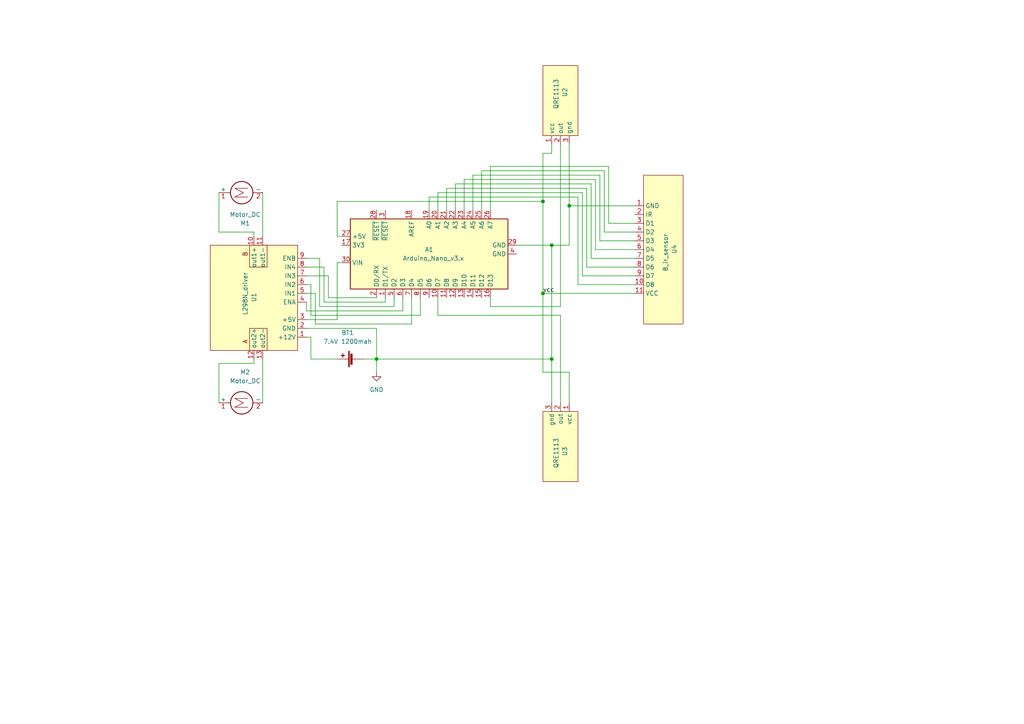
<source format=kicad_sch>
(kicad_sch (version 20211123) (generator eeschema)
  (paper "A4")
  (lib_symbols
    (symbol "Device:Battery_Cell" (pin_numbers hide) (pin_names (offset 0) hide)
      (property "Reference" "BT" (at 2.54 2.54 0))
      (property "Value" "Battery_Cell" (at 2.54 0 0))
      (symbol "Battery_Cell_0_1"
        (rectangle (start -2.286 1.778) (end 2.286 1.524) (fill (type outline)))
        (rectangle (start -1.5748 1.1938) (end 1.4732 0.6858) (fill (type outline)))
        (polyline (pts (xy 0 0.762) (xy 0 0)))
        (polyline (pts (xy 0 1.778) (xy 0 2.54)))
        (polyline (pts (xy 0.508 3.429) (xy 1.524 3.429)) (stroke (width 0.254)))
        (polyline (pts (xy 1.016 3.937) (xy 1.016 2.921)) (stroke (width 0.254)))
      )
      (symbol "Battery_Cell_1_1"
        (pin passive line (at 0 5.08 270) (length 2.54) (name "+") (number "1"))
        (pin passive line (at 0 -2.54 90) (length 2.54) (name "-") (number "2"))
      )
    )
    (symbol "MCU_Module:Arduino_Nano_v3.x"
      (property "Reference" "A" (at -10.16 23.495 0))
      (property "Value" "Arduino_Nano_v3.x" (at 5.08 -24.13 0))
      (symbol "Arduino_Nano_v3.x_0_1"
        (rectangle (start -10.16 22.86) (end 10.16 -22.86) (stroke (width 0.254)) (fill (type background)))
      )
      (symbol "Arduino_Nano_v3.x_1_1"
        (pin bidirectional line (at -12.7 12.7 0) (length 2.54) (name "D1/TX") (number "1"))
        (pin bidirectional line (at -12.7 -2.54 0) (length 2.54) (name "D7") (number "10"))
        (pin bidirectional line (at -12.7 -5.08 0) (length 2.54) (name "D8") (number "11"))
        (pin bidirectional line (at -12.7 -7.62 0) (length 2.54) (name "D9") (number "12"))
        (pin bidirectional line (at -12.7 -10.16 0) (length 2.54) (name "D10") (number "13"))
        (pin bidirectional line (at -12.7 -12.7 0) (length 2.54) (name "D11") (number "14"))
        (pin bidirectional line (at -12.7 -15.24 0) (length 2.54) (name "D12") (number "15"))
        (pin bidirectional line (at -12.7 -17.78 0) (length 2.54) (name "D13") (number "16"))
        (pin power_out line (at 2.54 25.4 270) (length 2.54) (name "3V3") (number "17"))
        (pin input line (at 12.7 5.08 180) (length 2.54) (name "AREF") (number "18"))
        (pin bidirectional line (at 12.7 0 180) (length 2.54) (name "A0") (number "19"))
        (pin bidirectional line (at -12.7 15.24 0) (length 2.54) (name "D0/RX") (number "2"))
        (pin bidirectional line (at 12.7 -2.54 180) (length 2.54) (name "A1") (number "20"))
        (pin bidirectional line (at 12.7 -5.08 180) (length 2.54) (name "A2") (number "21"))
        (pin bidirectional line (at 12.7 -7.62 180) (length 2.54) (name "A3") (number "22"))
        (pin bidirectional line (at 12.7 -10.16 180) (length 2.54) (name "A4") (number "23"))
        (pin bidirectional line (at 12.7 -12.7 180) (length 2.54) (name "A5") (number "24"))
        (pin bidirectional line (at 12.7 -15.24 180) (length 2.54) (name "A6") (number "25"))
        (pin bidirectional line (at 12.7 -17.78 180) (length 2.54) (name "A7") (number "26"))
        (pin power_out line (at 5.08 25.4 270) (length 2.54) (name "+5V") (number "27"))
        (pin input line (at 12.7 15.24 180) (length 2.54) (name "~{RESET}") (number "28"))
        (pin power_in line (at 2.54 -25.4 90) (length 2.54) (name "GND") (number "29"))
        (pin input line (at 12.7 12.7 180) (length 2.54) (name "~{RESET}") (number "3"))
        (pin power_in line (at -2.54 25.4 270) (length 2.54) (name "VIN") (number "30"))
        (pin power_in line (at 0 -25.4 90) (length 2.54) (name "GND") (number "4"))
        (pin bidirectional line (at -12.7 10.16 0) (length 2.54) (name "D2") (number "5"))
        (pin bidirectional line (at -12.7 7.62 0) (length 2.54) (name "D3") (number "6"))
        (pin bidirectional line (at -12.7 5.08 0) (length 2.54) (name "D4") (number "7"))
        (pin bidirectional line (at -12.7 2.54 0) (length 2.54) (name "D5") (number "8"))
        (pin bidirectional line (at -12.7 0 0) (length 2.54) (name "D6") (number "9"))
      )
    )
    (symbol "Motor:Motor_DC" (pin_names (offset 0))
      (property "Reference" "M" (at 2.54 2.54 0))
      (property "Value" "Motor_DC" (at 2.54 -5.08 0))
      (symbol "Motor_DC_0_0"
        (polyline (pts (xy -1.27 -3.302) (xy -1.27 0.508) (xy 0 -2.032) (xy 1.27 0.508) (xy 1.27 -3.302)))
      )
      (symbol "Motor_DC_0_1"
        (circle (center 0 -1.524) (radius 3.2512) (stroke (width 0.254)))
        (polyline (pts (xy 0 -7.62) (xy 0 -7.112)))
        (polyline (pts (xy 0 -4.7752) (xy 0 -5.1816)))
        (polyline (pts (xy 0 1.7272) (xy 0 2.0828)))
        (polyline (pts (xy 0 2.032) (xy 0 2.54)))
      )
      (symbol "Motor_DC_1_1"
        (pin passive line (at 0 5.08 270) (length 2.54) (name "+") (number "1"))
        (pin passive line (at 0 -7.62 90) (length 2.54) (name "-") (number "2"))
      )
    )
    (symbol "gerarduino:8_ir_sensor"
      (property "Reference" "U" (at 11.43 -12.7 90))
      (property "Value" "8_ir_sensor" (at 8.89 -12.7 90))
      (symbol "8_ir_sensor_0_1"
        (rectangle (start 2.54 8.89) (end 13.97 -34.29) (fill (type background)))
      )
      (symbol "8_ir_sensor_1_1"
        (pin power_in line (at 0 0 0) (length 2.54) (name "GND") (number "1"))
        (pin output line (at 0 -22.86 0) (length 2.54) (name "D8") (number "10"))
        (pin power_in line (at 0 -25.4 0) (length 2.54) (name "VCC") (number "11"))
        (pin input line (at 0 -2.54 0) (length 2.54) (name "IR") (number "2"))
        (pin output line (at 0 -5.08 0) (length 2.54) (name "D1") (number "3"))
        (pin output line (at 0 -7.62 0) (length 2.54) (name "D2") (number "4"))
        (pin output line (at 0 -10.16 0) (length 2.54) (name "D3") (number "5"))
        (pin output line (at 0 -12.7 0) (length 2.54) (name "D4") (number "6"))
        (pin output line (at 0 -15.24 0) (length 2.54) (name "D5") (number "7"))
        (pin output line (at 0 -17.78 0) (length 2.54) (name "D6") (number "8"))
        (pin output line (at 0 -20.32 0) (length 2.54) (name "D7") (number "9"))
      )
    )
    (symbol "gerarduino:L298N_driver"
      (property "Reference" "U" (at -7.62 -1.27 0))
      (property "Value" "L298N_driver" (at -7.62 1.27 0))
      (symbol "L298N_driver_0_0"
        (text "A" (at -20.32 1.27 0) (effects (font (size 1.27 1.27))))
        (text "B" (at 5.08 1.27 0) (effects (font (size 1.27 1.27))))
      )
      (symbol "L298N_driver_0_1"
        (rectangle (start -22.86 0) (end -16.51 -5.08))
        (rectangle (start -22.86 11.43) (end 7.62 -13.97) (fill (type background)))
        (rectangle (start 7.62 0) (end 1.27 -5.08))
      )
      (symbol "L298N_driver_1_1"
        (pin power_in line (at -19.05 -16.51 90) (length 2.54) (name "+12V") (number "1"))
        (pin output line (at 10.16 -1.27 180) (length 2.54) (name "out1+") (number "10"))
        (pin output line (at 10.16 -3.81 180) (length 2.54) (name "out1-") (number "11"))
        (pin output line (at -25.4 -1.27 0) (length 2.54) (name "out2+") (number "12"))
        (pin output line (at -25.4 -3.81 0) (length 2.54) (name "out2-") (number "13"))
        (pin power_in line (at -16.51 -16.51 90) (length 2.54) (name "GND") (number "2"))
        (pin power_out line (at -13.97 -16.51 90) (length 2.54) (name "+5V") (number "3"))
        (pin input line (at -8.89 -16.51 90) (length 2.54) (name "ENA") (number "4"))
        (pin input line (at -6.35 -16.51 90) (length 2.54) (name "IN1") (number "5"))
        (pin input line (at -3.81 -16.51 90) (length 2.54) (name "IN2") (number "6"))
        (pin input line (at -1.27 -16.51 90) (length 2.54) (name "IN3") (number "7"))
        (pin input line (at 1.27 -16.51 90) (length 2.54) (name "IN4") (number "8"))
        (pin input line (at 3.81 -16.51 90) (length 2.54) (name "ENB") (number "9"))
      )
    )
    (symbol "gerarduino:QRE1113"
      (property "Reference" "U" (at 15.24 -2.54 90))
      (property "Value" "QRE1113" (at 12.7 -2.54 90))
      (symbol "QRE1113_0_1"
        (rectangle (start 2.54 2.54) (end 22.86 -7.62) (fill (type background)))
      )
      (symbol "QRE1113_1_1"
        (pin power_in line (at 0 0 0) (length 2.54) (name "vcc") (number "1"))
        (pin output line (at 0 -2.54 0) (length 2.54) (name "out") (number "2"))
        (pin power_in line (at 0 -5.08 0) (length 2.54) (name "gnd") (number "3"))
      )
    )
    (symbol "power:GND" (power) (pin_names (offset 0))
      (property "Value" "GND" (at 0 -3.81 0))
      (symbol "GND_0_1"
        (polyline (pts (xy 0 0) (xy 0 -1.27) (xy 1.27 -1.27) (xy 0 -2.54) (xy -1.27 -1.27) (xy 0 -1.27)))
      )
      (symbol "GND_1_1"
        (pin power_in line (at 0 0 270) (length 0) hide (name "GND") (number "1"))
      )
    )
  )
  (junction (at 165.1 59.69))
  (junction (at 160.02 104.14))
  (junction (at 160.02 71.12))
  (junction (at 157.48 58.42))
  (junction (at 157.48 85.09))
  (junction (at 109.22 104.14))
  (wire (pts (xy 165.1 59.69) (xy 184.15 59.69)))
  (wire (pts (xy 73.66 67.31) (xy 63.5 67.31)))
  (wire (pts (xy 63.5 55.88) (xy 63.5 67.31)))
  (wire (pts (xy 170.18 77.47) (xy 184.15 77.47)))
  (wire (pts (xy 88.9 90.17) (xy 88.9 87.63)))
  (wire (pts (xy 157.48 107.95) (xy 165.1 107.95)))
  (wire (pts (xy 116.84 86.36) (xy 116.84 90.17)))
  (wire (pts (xy 142.24 48.26) (xy 142.24 60.96)))
  (wire (pts (xy 88.9 74.93) (xy 92.71 74.93)))
  (wire (pts (xy 97.79 68.58) (xy 97.79 58.42)))
  (wire (pts (xy 90.17 91.44) (xy 121.92 91.44)))
  (wire (pts (xy 171.45 53.34) (xy 171.45 74.93)))
  (wire (pts (xy 93.98 87.63) (xy 93.98 77.47)))
  (wire (pts (xy 114.3 86.36) (xy 114.3 88.9)))
  (wire (pts (xy 97.79 104.14) (xy 90.17 104.14)))
  (wire (pts (xy 167.64 82.55) (xy 184.15 82.55)))
  (wire (pts (xy 97.79 58.42) (xy 157.48 58.42)))
  (wire (pts (xy 171.45 74.93) (xy 184.15 74.93)))
  (wire (pts (xy 172.72 52.07) (xy 172.72 72.39)))
  (wire (pts (xy 139.7 49.53) (xy 139.7 60.96)))
  (wire (pts (xy 132.08 60.96) (xy 132.08 53.34)))
  (wire (pts (xy 124.46 57.15) (xy 167.64 57.15)))
  (wire (pts (xy 124.46 60.96) (xy 124.46 57.15)))
  (wire (pts (xy 109.22 104.14) (xy 160.02 104.14)))
  (wire (pts (xy 160.02 41.91) (xy 160.02 44.45)))
  (wire (pts (xy 134.62 52.07) (xy 134.62 60.96)))
  (wire (pts (xy 139.7 49.53) (xy 175.26 49.53)))
  (wire (pts (xy 172.72 72.39) (xy 184.15 72.39)))
  (wire (pts (xy 176.53 48.26) (xy 176.53 64.77)))
  (wire (pts (xy 76.2 104.14) (xy 76.2 116.84)))
  (wire (pts (xy 160.02 104.14) (xy 160.02 116.84)))
  (wire (pts (xy 168.91 55.88) (xy 168.91 80.01)))
  (wire (pts (xy 162.56 91.44) (xy 162.56 116.84)))
  (wire (pts (xy 90.17 97.79) (xy 88.9 97.79)))
  (wire (pts (xy 157.48 85.09) (xy 157.48 107.95)))
  (wire (pts (xy 176.53 64.77) (xy 184.15 64.77)))
  (wire (pts (xy 92.71 88.9) (xy 92.71 74.93)))
  (wire (pts (xy 142.24 86.36) (xy 142.24 88.9)))
  (wire (pts (xy 129.54 54.61) (xy 170.18 54.61)))
  (wire (pts (xy 137.16 50.8) (xy 173.99 50.8)))
  (wire (pts (xy 88.9 95.25) (xy 109.22 95.25)))
  (wire (pts (xy 99.06 68.58) (xy 97.79 68.58)))
  (wire (pts (xy 90.17 97.79) (xy 90.17 104.14)))
  (wire (pts (xy 119.38 93.98) (xy 91.44 93.98)))
  (wire (pts (xy 109.22 95.25) (xy 109.22 104.14)))
  (wire (pts (xy 165.1 107.95) (xy 165.1 116.84)))
  (wire (pts (xy 157.48 85.09) (xy 184.15 85.09)))
  (wire (pts (xy 127 55.88) (xy 168.91 55.88)))
  (wire (pts (xy 88.9 92.71) (xy 97.79 92.71)))
  (wire (pts (xy 165.1 41.91) (xy 165.1 59.69)))
  (wire (pts (xy 73.66 105.41) (xy 63.5 105.41)))
  (wire (pts (xy 116.84 90.17) (xy 88.9 90.17)))
  (wire (pts (xy 119.38 86.36) (xy 119.38 93.98)))
  (wire (pts (xy 76.2 55.88) (xy 76.2 68.58)))
  (wire (pts (xy 88.9 77.47) (xy 93.98 77.47)))
  (wire (pts (xy 129.54 60.96) (xy 129.54 54.61)))
  (wire (pts (xy 127 91.44) (xy 162.56 91.44)))
  (wire (pts (xy 137.16 50.8) (xy 137.16 60.96)))
  (wire (pts (xy 173.99 50.8) (xy 173.99 69.85)))
  (wire (pts (xy 114.3 88.9) (xy 92.71 88.9)))
  (wire (pts (xy 95.25 86.36) (xy 95.25 80.01)))
  (wire (pts (xy 173.99 69.85) (xy 184.15 69.85)))
  (wire (pts (xy 157.48 58.42) (xy 157.48 85.09)))
  (wire (pts (xy 73.66 104.14) (xy 73.66 105.41)))
  (wire (pts (xy 127 60.96) (xy 127 55.88)))
  (wire (pts (xy 149.86 71.12) (xy 160.02 71.12)))
  (wire (pts (xy 175.26 49.53) (xy 175.26 67.31)))
  (wire (pts (xy 175.26 67.31) (xy 184.15 67.31)))
  (wire (pts (xy 157.48 44.45) (xy 160.02 44.45)))
  (wire (pts (xy 167.64 57.15) (xy 167.64 82.55)))
  (wire (pts (xy 90.17 82.55) (xy 90.17 91.44)))
  (wire (pts (xy 157.48 58.42) (xy 157.48 44.45)))
  (wire (pts (xy 168.91 80.01) (xy 184.15 80.01)))
  (wire (pts (xy 111.76 86.36) (xy 111.76 87.63)))
  (wire (pts (xy 95.25 80.01) (xy 88.9 80.01)))
  (wire (pts (xy 99.06 76.2) (xy 97.79 76.2)))
  (wire (pts (xy 109.22 104.14) (xy 109.22 107.95)))
  (wire (pts (xy 105.41 104.14) (xy 109.22 104.14)))
  (wire (pts (xy 142.24 88.9) (xy 162.56 88.9)))
  (wire (pts (xy 109.22 86.36) (xy 95.25 86.36)))
  (wire (pts (xy 142.24 48.26) (xy 176.53 48.26)))
  (wire (pts (xy 160.02 71.12) (xy 165.1 71.12)))
  (wire (pts (xy 162.56 41.91) (xy 162.56 88.9)))
  (wire (pts (xy 73.66 68.58) (xy 73.66 67.31)))
  (wire (pts (xy 88.9 85.09) (xy 91.44 85.09)))
  (wire (pts (xy 127 86.36) (xy 127 91.44)))
  (wire (pts (xy 63.5 105.41) (xy 63.5 116.84)))
  (wire (pts (xy 165.1 59.69) (xy 165.1 71.12)))
  (wire (pts (xy 134.62 52.07) (xy 172.72 52.07)))
  (wire (pts (xy 97.79 76.2) (xy 97.79 92.71)))
  (wire (pts (xy 132.08 53.34) (xy 171.45 53.34)))
  (wire (pts (xy 170.18 54.61) (xy 170.18 77.47)))
  (wire (pts (xy 160.02 71.12) (xy 160.02 104.14)))
  (wire (pts (xy 121.92 91.44) (xy 121.92 86.36)))
  (wire (pts (xy 88.9 82.55) (xy 90.17 82.55)))
  (wire (pts (xy 91.44 93.98) (xy 91.44 85.09)))
  (wire (pts (xy 111.76 87.63) (xy 93.98 87.63)))
  (label "vcc" (at 157.48 85.09 0))
  (symbol (lib_id "Motor:Motor_DC") (at 68.58 55.88 90) (unit 1)
    (property "Reference" "M1" (at 71.12 64.77 90))
    (property "Value" "Motor_DC" (at 71.12 62.23 90))
    (property "Footprint" "gerarduino:dc_motor_th" (effects hide))
  )
  (symbol (lib_id "gerarduino:L298N_driver") (at 72.39 78.74 90) (unit 1)
    (property "Reference" "U1" (at 73.66 87.63 0) (effects (justify left)))
    (property "Value" "L298N_driver" (at 71.12 91.44 0) (effects (justify left)))
    (property "Footprint" "gerarduino:L298N_driver" (effects hide))
  )
  (symbol (lib_id "MCU_Module:Arduino_Nano_v3.x") (at 124.46 73.66 90) (unit 1)
    (property "Reference" "A1" (at 125.73 72.39 90) (effects (justify left)))
    (property "Value" "Arduino_Nano_v3.x" (at 134.62 74.93 90) (effects (justify left)))
    (property "Footprint" "Module:Arduino_Nano" (effects hide))
    (property "Datasheet" "http://www.mouser.com/pdfdocs/Gravitech_Arduino_Nano3_0.pdf" (effects hide))
  )
  (symbol (lib_id "gerarduino:QRE1113") (at 165.1 116.84 270) (unit 1)
    (property "Reference" "U3" (at 163.83 129.54 0) (effects (justify left)))
    (property "Value" "QRE1113" (at 161.29 127 0) (effects (justify left)))
    (property "Footprint" "gerarduino:SENSOR_QTR-1A_REFLECTANCE_SENSOR" (effects hide))
  )
  (symbol (lib_id "power:GND") (at 109.22 107.95 0) (unit 1)
    (property "Reference" "#PWR0101" (effects hide))
    (property "Value" "GND" (at 109.22 113.03 0))
  )
  (symbol (lib_id "Motor:Motor_DC") (at 68.58 116.84 90) (unit 1)
    (property "Reference" "M2" (at 71.12 107.95 90))
    (property "Value" "Motor_DC" (at 71.12 110.49 90))
    (property "Footprint" "gerarduino:dc_motor_th" (effects hide))
  )
  (symbol (lib_id "gerarduino:QRE1113") (at 160.02 41.91 90) (unit 1)
    (property "Reference" "U2" (at 163.83 25.4 0) (effects (justify right)))
    (property "Value" "QRE1113" (at 161.29 22.86 0) (effects (justify right)))
    (property "Footprint" "gerarduino:SENSOR_QTR-1A_REFLECTANCE_SENSOR" (effects hide))
  )
  (symbol (lib_id "Device:Battery_Cell") (at 102.87 104.14 90) (unit 1)
    (property "Reference" "BT1" (at 100.838 96.52 90))
    (property "Value" "7.4V 1200mah" (at 100.838 99.06 90))
    (property "Footprint" "gerarduino:dc_motor_th" (effects hide))
  )
  (symbol (lib_id "gerarduino:8_ir_sensor") (at 184.15 59.69 0) (unit 1)
    (property "Reference" "U4" (at 195.58 73.66 90) (effects (justify left)))
    (property "Value" "8_ir_sensor" (at 193.04 78.74 90) (effects (justify left)))
    (property "Footprint" "gerarduino:8_ir_sensor" (effects hide))
  )
)
</source>
